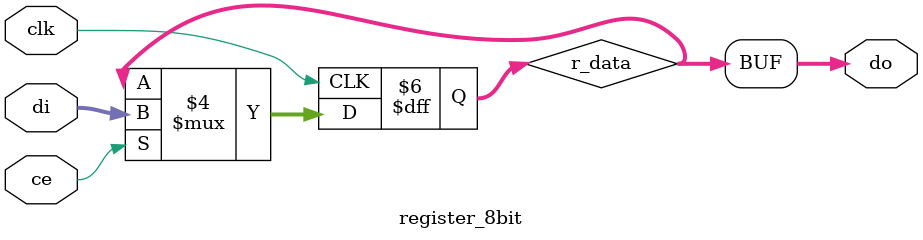
<source format=v>
`timescale 1ns / 1ps


module register_8bit(
    input       clk,
    input        ce,
    input  [7:0] di,
    output [7:0] do
 );
    
    reg [7:0] r_data = 0;
    
    always@(posedge clk) begin
        if(ce)
            r_data <= di;
        else
            r_data <= r_data;
    end
     
    assign do = r_data;
    
endmodule

</source>
